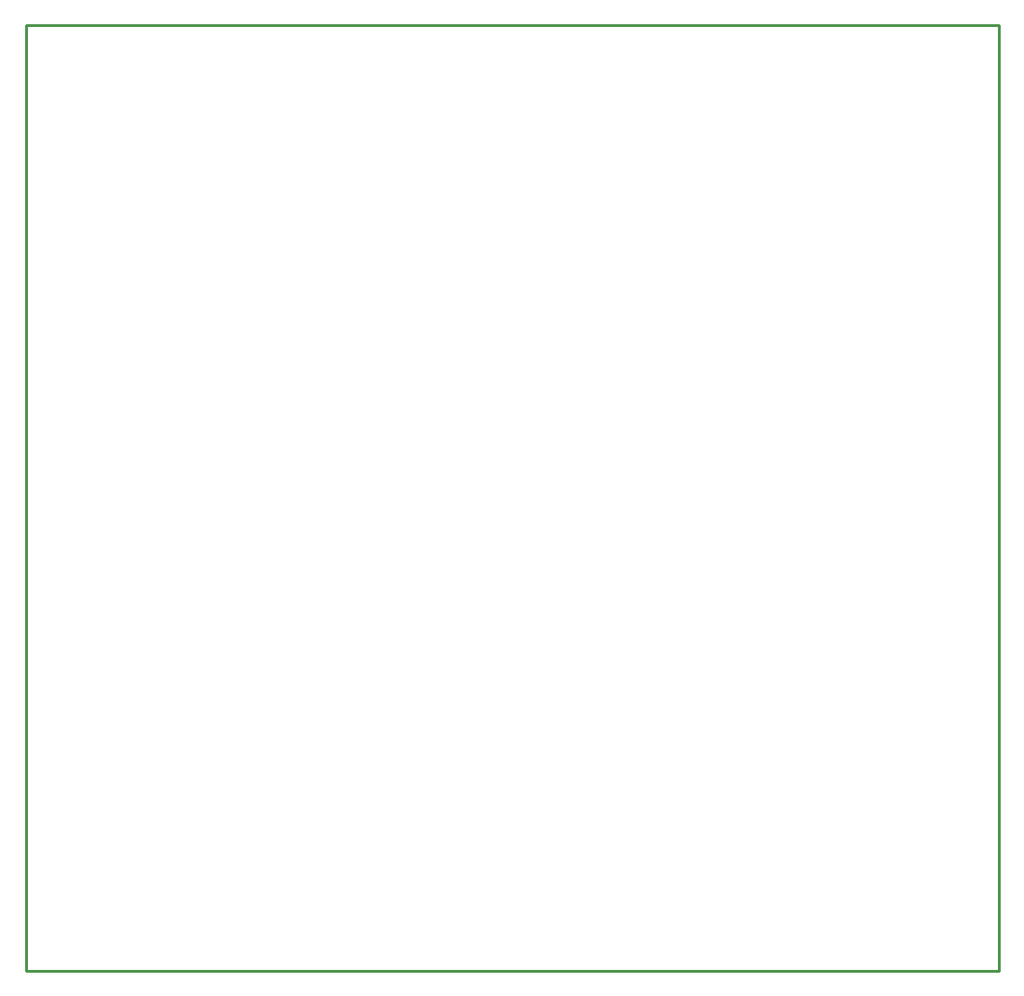
<source format=gbr>
G04 EAGLE Gerber X2 export*
%TF.Part,Single*%
%TF.FileFunction,Profile,NP*%
%TF.FilePolarity,Positive*%
%TF.GenerationSoftware,Autodesk,EAGLE,9.2.2*%
%TF.CreationDate,2019-01-20T22:14:06Z*%
G75*
%MOMM*%
%FSLAX34Y34*%
%LPD*%
%IN*%
%AMOC8*
5,1,8,0,0,1.08239X$1,22.5*%
G01*
%ADD10C,0.254000*%


D10*
X33000Y1000000D02*
X33100Y140000D01*
X917000Y140000D01*
X917000Y1000000D01*
X33000Y1000000D01*
M02*

</source>
